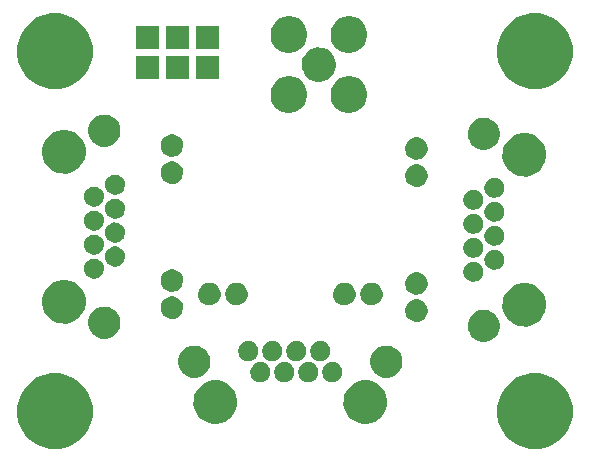
<source format=gbr>
G04 #@! TF.FileFunction,Soldermask,Top*
%FSLAX46Y46*%
G04 Gerber Fmt 4.6, Leading zero omitted, Abs format (unit mm)*
G04 Created by KiCad (PCBNEW (2016-09-17 revision 679eef1)-makepkg) date 01/31/17 07:18:29*
%MOMM*%
%LPD*%
G01*
G04 APERTURE LIST*
%ADD10C,0.500000*%
G04 APERTURE END LIST*
D10*
G36*
X5416110Y8277872D02*
X6030848Y8151685D01*
X6609363Y7908500D01*
X7129631Y7557574D01*
X7571824Y7112283D01*
X7919105Y6589582D01*
X8158249Y6009378D01*
X8280004Y5394466D01*
X8280004Y5394449D01*
X8280137Y5393776D01*
X8270128Y4676993D01*
X8269977Y4676330D01*
X8269977Y4676306D01*
X8131099Y4065032D01*
X7875851Y3491739D01*
X7514107Y2978933D01*
X7059653Y2546162D01*
X6529787Y2209900D01*
X5944712Y1982964D01*
X5326688Y1873989D01*
X4699273Y1887132D01*
X4086359Y2021890D01*
X3511293Y2273129D01*
X2995980Y2631282D01*
X2560044Y3082706D01*
X2220093Y3610208D01*
X1989075Y4193693D01*
X1875790Y4810936D01*
X1884551Y5438424D01*
X2015027Y6052266D01*
X2262248Y6629075D01*
X2616795Y7146877D01*
X3065163Y7585952D01*
X3590276Y7929576D01*
X4172132Y8164661D01*
X4788571Y8282254D01*
X5416110Y8277872D01*
X5416110Y8277872D01*
G37*
G36*
X46056110Y8277872D02*
X46670848Y8151685D01*
X47249363Y7908500D01*
X47769631Y7557574D01*
X48211824Y7112283D01*
X48559105Y6589582D01*
X48798249Y6009378D01*
X48920004Y5394466D01*
X48920004Y5394449D01*
X48920137Y5393776D01*
X48910128Y4676993D01*
X48909977Y4676330D01*
X48909977Y4676306D01*
X48771099Y4065032D01*
X48515851Y3491739D01*
X48154107Y2978933D01*
X47699653Y2546162D01*
X47169787Y2209900D01*
X46584712Y1982964D01*
X45966688Y1873989D01*
X45339273Y1887132D01*
X44726359Y2021890D01*
X44151293Y2273129D01*
X43635980Y2631282D01*
X43200044Y3082706D01*
X42860093Y3610208D01*
X42629075Y4193693D01*
X42515790Y4810936D01*
X42524551Y5438424D01*
X42655027Y6052266D01*
X42902248Y6629075D01*
X43256795Y7146877D01*
X43705163Y7585952D01*
X44230276Y7929576D01*
X44812132Y8164661D01*
X45428571Y8282254D01*
X46056110Y8277872D01*
X46056110Y8277872D01*
G37*
G36*
X18863314Y7690771D02*
X19218711Y7617819D01*
X19553164Y7477228D01*
X19853944Y7274349D01*
X20109587Y7016915D01*
X20310358Y6714729D01*
X20448614Y6379297D01*
X20518946Y6024091D01*
X20518946Y6024075D01*
X20519079Y6023402D01*
X20513293Y5609012D01*
X20513141Y5608344D01*
X20513141Y5608325D01*
X20432919Y5255225D01*
X20285350Y4923779D01*
X20076222Y4627322D01*
X19813489Y4377124D01*
X19507157Y4182721D01*
X19168914Y4051525D01*
X18811616Y3988523D01*
X18448892Y3996122D01*
X18094550Y4074029D01*
X17762091Y4219277D01*
X17464175Y4426333D01*
X17212150Y4687313D01*
X17015614Y4992276D01*
X16882057Y5329604D01*
X16816564Y5686448D01*
X16821629Y6049213D01*
X16897061Y6404091D01*
X17039986Y6737561D01*
X17244959Y7036915D01*
X17504172Y7290755D01*
X17807752Y7489412D01*
X18144137Y7625321D01*
X18500517Y7693305D01*
X18863314Y7690771D01*
X18863314Y7690771D01*
G37*
G36*
X31563314Y7690771D02*
X31918711Y7617819D01*
X32253164Y7477228D01*
X32553944Y7274349D01*
X32809587Y7016915D01*
X33010358Y6714729D01*
X33148614Y6379297D01*
X33218946Y6024091D01*
X33218946Y6024075D01*
X33219079Y6023402D01*
X33213293Y5609012D01*
X33213141Y5608344D01*
X33213141Y5608325D01*
X33132919Y5255225D01*
X32985350Y4923779D01*
X32776222Y4627322D01*
X32513489Y4377124D01*
X32207157Y4182721D01*
X31868914Y4051525D01*
X31511616Y3988523D01*
X31148892Y3996122D01*
X30794550Y4074029D01*
X30462091Y4219277D01*
X30164175Y4426333D01*
X29912150Y4687313D01*
X29715614Y4992276D01*
X29582057Y5329604D01*
X29516564Y5686448D01*
X29521629Y6049213D01*
X29597061Y6404091D01*
X29739986Y6737561D01*
X29944959Y7036915D01*
X30204172Y7290755D01*
X30507752Y7489412D01*
X30844137Y7625321D01*
X31200517Y7693305D01*
X31563314Y7690771D01*
X31563314Y7690771D01*
G37*
G36*
X26628285Y9231438D02*
X26791568Y9197921D01*
X26945238Y9133324D01*
X27083437Y9040108D01*
X27200894Y8921828D01*
X27293139Y8782986D01*
X27356662Y8628868D01*
X27388904Y8466035D01*
X27388904Y8466020D01*
X27389037Y8465347D01*
X27386378Y8274951D01*
X27386227Y8274288D01*
X27386227Y8274264D01*
X27349451Y8112396D01*
X27281652Y7960119D01*
X27185561Y7823901D01*
X27064847Y7708946D01*
X26924101Y7619626D01*
X26768693Y7559347D01*
X26604526Y7530399D01*
X26437868Y7533891D01*
X26275063Y7569685D01*
X26122311Y7636421D01*
X25985431Y7731556D01*
X25869635Y7851466D01*
X25779332Y7991589D01*
X25717969Y8146572D01*
X25687878Y8310529D01*
X25690205Y8477205D01*
X25724863Y8640258D01*
X25790532Y8793477D01*
X25884709Y8931017D01*
X26003804Y9047644D01*
X26143293Y9138923D01*
X26297845Y9201366D01*
X26461588Y9232602D01*
X26628285Y9231438D01*
X26628285Y9231438D01*
G37*
G36*
X22568285Y9231438D02*
X22731568Y9197921D01*
X22885238Y9133324D01*
X23023437Y9040108D01*
X23140894Y8921828D01*
X23233139Y8782986D01*
X23296662Y8628868D01*
X23328904Y8466035D01*
X23328904Y8466020D01*
X23329037Y8465347D01*
X23326378Y8274951D01*
X23326227Y8274288D01*
X23326227Y8274264D01*
X23289451Y8112396D01*
X23221652Y7960119D01*
X23125561Y7823901D01*
X23004847Y7708946D01*
X22864101Y7619626D01*
X22708693Y7559347D01*
X22544526Y7530399D01*
X22377868Y7533891D01*
X22215063Y7569685D01*
X22062311Y7636421D01*
X21925431Y7731556D01*
X21809635Y7851466D01*
X21719332Y7991589D01*
X21657969Y8146572D01*
X21627878Y8310529D01*
X21630205Y8477205D01*
X21664863Y8640258D01*
X21730532Y8793477D01*
X21824709Y8931017D01*
X21943804Y9047644D01*
X22083293Y9138923D01*
X22237845Y9201366D01*
X22401588Y9232602D01*
X22568285Y9231438D01*
X22568285Y9231438D01*
G37*
G36*
X24598285Y9231438D02*
X24761568Y9197921D01*
X24915238Y9133324D01*
X25053437Y9040108D01*
X25170894Y8921828D01*
X25263139Y8782986D01*
X25326662Y8628868D01*
X25358904Y8466035D01*
X25358904Y8466020D01*
X25359037Y8465347D01*
X25356378Y8274951D01*
X25356227Y8274288D01*
X25356227Y8274264D01*
X25319451Y8112396D01*
X25251652Y7960119D01*
X25155561Y7823901D01*
X25034847Y7708946D01*
X24894101Y7619626D01*
X24738693Y7559347D01*
X24574526Y7530399D01*
X24407868Y7533891D01*
X24245063Y7569685D01*
X24092311Y7636421D01*
X23955431Y7731556D01*
X23839635Y7851466D01*
X23749332Y7991589D01*
X23687969Y8146572D01*
X23657878Y8310529D01*
X23660205Y8477205D01*
X23694863Y8640258D01*
X23760532Y8793477D01*
X23854709Y8931017D01*
X23973804Y9047644D01*
X24113293Y9138923D01*
X24267845Y9201366D01*
X24431588Y9232602D01*
X24598285Y9231438D01*
X24598285Y9231438D01*
G37*
G36*
X28658285Y9231438D02*
X28821568Y9197921D01*
X28975238Y9133324D01*
X29113437Y9040108D01*
X29230894Y8921828D01*
X29323139Y8782986D01*
X29386662Y8628868D01*
X29418904Y8466035D01*
X29418904Y8466020D01*
X29419037Y8465347D01*
X29416378Y8274951D01*
X29416227Y8274288D01*
X29416227Y8274264D01*
X29379451Y8112396D01*
X29311652Y7960119D01*
X29215561Y7823901D01*
X29094847Y7708946D01*
X28954101Y7619626D01*
X28798693Y7559347D01*
X28634526Y7530399D01*
X28467868Y7533891D01*
X28305063Y7569685D01*
X28152311Y7636421D01*
X28015431Y7731556D01*
X27899635Y7851466D01*
X27809332Y7991589D01*
X27747969Y8146572D01*
X27717878Y8310529D01*
X27720205Y8477205D01*
X27754863Y8640258D01*
X27820532Y8793477D01*
X27914709Y8931017D01*
X28033804Y9047644D01*
X28173293Y9138923D01*
X28327845Y9201366D01*
X28491588Y9232602D01*
X28658285Y9231438D01*
X28658285Y9231438D01*
G37*
G36*
X17030797Y10621104D02*
X17290141Y10567869D01*
X17534201Y10465276D01*
X17753688Y10317230D01*
X17940243Y10129369D01*
X18086749Y9908858D01*
X18187639Y9664082D01*
X18238925Y9405064D01*
X18238925Y9405047D01*
X18239058Y9404374D01*
X18234835Y9101981D01*
X18234684Y9101318D01*
X18234684Y9101294D01*
X18176185Y8843808D01*
X18068503Y8601953D01*
X17915890Y8385610D01*
X17724169Y8203036D01*
X17500628Y8061173D01*
X17253803Y7965436D01*
X16993071Y7919461D01*
X16728380Y7925006D01*
X16469808Y7981856D01*
X16227201Y8087849D01*
X16009803Y8238945D01*
X15825892Y8429390D01*
X15682475Y8651930D01*
X15585012Y8898091D01*
X15537221Y9158489D01*
X15540917Y9423209D01*
X15595962Y9682175D01*
X15700259Y9925519D01*
X15849834Y10143966D01*
X16038989Y10329201D01*
X16260520Y10474167D01*
X16505991Y10573344D01*
X16766053Y10622954D01*
X17030797Y10621104D01*
X17030797Y10621104D01*
G37*
G36*
X33290797Y10621104D02*
X33550141Y10567869D01*
X33794201Y10465276D01*
X34013688Y10317230D01*
X34200243Y10129369D01*
X34346749Y9908858D01*
X34447639Y9664082D01*
X34498925Y9405064D01*
X34498925Y9405047D01*
X34499058Y9404374D01*
X34494835Y9101981D01*
X34494684Y9101318D01*
X34494684Y9101294D01*
X34436185Y8843808D01*
X34328503Y8601953D01*
X34175890Y8385610D01*
X33984169Y8203036D01*
X33760628Y8061173D01*
X33513803Y7965436D01*
X33253071Y7919461D01*
X32988380Y7925006D01*
X32729808Y7981856D01*
X32487201Y8087849D01*
X32269803Y8238945D01*
X32085892Y8429390D01*
X31942475Y8651930D01*
X31845012Y8898091D01*
X31797221Y9158489D01*
X31800917Y9423209D01*
X31855962Y9682175D01*
X31960259Y9925519D01*
X32109834Y10143966D01*
X32298989Y10329201D01*
X32520520Y10474167D01*
X32765991Y10573344D01*
X33026053Y10622954D01*
X33290797Y10621104D01*
X33290797Y10621104D01*
G37*
G36*
X23578285Y11011438D02*
X23741568Y10977921D01*
X23895238Y10913324D01*
X24033437Y10820108D01*
X24150894Y10701828D01*
X24243139Y10562986D01*
X24306662Y10408868D01*
X24338904Y10246035D01*
X24338904Y10246020D01*
X24339037Y10245347D01*
X24336378Y10054951D01*
X24336227Y10054288D01*
X24336227Y10054264D01*
X24299451Y9892396D01*
X24231652Y9740119D01*
X24135561Y9603901D01*
X24014847Y9488946D01*
X23874101Y9399626D01*
X23718693Y9339347D01*
X23554526Y9310399D01*
X23387868Y9313891D01*
X23225063Y9349685D01*
X23072311Y9416421D01*
X22935431Y9511556D01*
X22819635Y9631466D01*
X22729332Y9771589D01*
X22667969Y9926572D01*
X22637878Y10090529D01*
X22640205Y10257205D01*
X22674863Y10420258D01*
X22740532Y10573477D01*
X22834709Y10711017D01*
X22953804Y10827644D01*
X23093293Y10918923D01*
X23247845Y10981366D01*
X23411588Y11012602D01*
X23578285Y11011438D01*
X23578285Y11011438D01*
G37*
G36*
X21548285Y11011438D02*
X21711568Y10977921D01*
X21865238Y10913324D01*
X22003437Y10820108D01*
X22120894Y10701828D01*
X22213139Y10562986D01*
X22276662Y10408868D01*
X22308904Y10246035D01*
X22308904Y10246020D01*
X22309037Y10245347D01*
X22306378Y10054951D01*
X22306227Y10054288D01*
X22306227Y10054264D01*
X22269451Y9892396D01*
X22201652Y9740119D01*
X22105561Y9603901D01*
X21984847Y9488946D01*
X21844101Y9399626D01*
X21688693Y9339347D01*
X21524526Y9310399D01*
X21357868Y9313891D01*
X21195063Y9349685D01*
X21042311Y9416421D01*
X20905431Y9511556D01*
X20789635Y9631466D01*
X20699332Y9771589D01*
X20637969Y9926572D01*
X20607878Y10090529D01*
X20610205Y10257205D01*
X20644863Y10420258D01*
X20710532Y10573477D01*
X20804709Y10711017D01*
X20923804Y10827644D01*
X21063293Y10918923D01*
X21217845Y10981366D01*
X21381588Y11012602D01*
X21548285Y11011438D01*
X21548285Y11011438D01*
G37*
G36*
X25608285Y11011438D02*
X25771568Y10977921D01*
X25925238Y10913324D01*
X26063437Y10820108D01*
X26180894Y10701828D01*
X26273139Y10562986D01*
X26336662Y10408868D01*
X26368904Y10246035D01*
X26368904Y10246020D01*
X26369037Y10245347D01*
X26366378Y10054951D01*
X26366227Y10054288D01*
X26366227Y10054264D01*
X26329451Y9892396D01*
X26261652Y9740119D01*
X26165561Y9603901D01*
X26044847Y9488946D01*
X25904101Y9399626D01*
X25748693Y9339347D01*
X25584526Y9310399D01*
X25417868Y9313891D01*
X25255063Y9349685D01*
X25102311Y9416421D01*
X24965431Y9511556D01*
X24849635Y9631466D01*
X24759332Y9771589D01*
X24697969Y9926572D01*
X24667878Y10090529D01*
X24670205Y10257205D01*
X24704863Y10420258D01*
X24770532Y10573477D01*
X24864709Y10711017D01*
X24983804Y10827644D01*
X25123293Y10918923D01*
X25277845Y10981366D01*
X25441588Y11012602D01*
X25608285Y11011438D01*
X25608285Y11011438D01*
G37*
G36*
X27638285Y11011438D02*
X27801568Y10977921D01*
X27955238Y10913324D01*
X28093437Y10820108D01*
X28210894Y10701828D01*
X28303139Y10562986D01*
X28366662Y10408868D01*
X28398904Y10246035D01*
X28398904Y10246020D01*
X28399037Y10245347D01*
X28396378Y10054951D01*
X28396227Y10054288D01*
X28396227Y10054264D01*
X28359451Y9892396D01*
X28291652Y9740119D01*
X28195561Y9603901D01*
X28074847Y9488946D01*
X27934101Y9399626D01*
X27778693Y9339347D01*
X27614526Y9310399D01*
X27447868Y9313891D01*
X27285063Y9349685D01*
X27132311Y9416421D01*
X26995431Y9511556D01*
X26879635Y9631466D01*
X26789332Y9771589D01*
X26727969Y9926572D01*
X26697878Y10090529D01*
X26700205Y10257205D01*
X26734863Y10420258D01*
X26800532Y10573477D01*
X26894709Y10711017D01*
X27013804Y10827644D01*
X27153293Y10918923D01*
X27307845Y10981366D01*
X27471588Y11012602D01*
X27638285Y11011438D01*
X27638285Y11011438D01*
G37*
G36*
X41542797Y13666104D02*
X41802141Y13612869D01*
X42046201Y13510276D01*
X42265688Y13362230D01*
X42452243Y13174369D01*
X42598749Y12953858D01*
X42699639Y12709082D01*
X42750925Y12450064D01*
X42750925Y12450047D01*
X42751058Y12449374D01*
X42746835Y12146981D01*
X42746684Y12146318D01*
X42746684Y12146294D01*
X42688185Y11888808D01*
X42580503Y11646953D01*
X42427890Y11430610D01*
X42236169Y11248036D01*
X42012628Y11106173D01*
X41765803Y11010436D01*
X41505071Y10964461D01*
X41240380Y10970006D01*
X40981808Y11026856D01*
X40739201Y11132849D01*
X40521803Y11283945D01*
X40337892Y11474390D01*
X40194475Y11696930D01*
X40097012Y11943091D01*
X40049221Y12203489D01*
X40052917Y12468209D01*
X40107962Y12727175D01*
X40212259Y12970519D01*
X40361834Y13188966D01*
X40550989Y13374201D01*
X40772520Y13519167D01*
X41017991Y13618344D01*
X41278053Y13667954D01*
X41542797Y13666104D01*
X41542797Y13666104D01*
G37*
G36*
X9413797Y13920104D02*
X9673141Y13866869D01*
X9917201Y13764276D01*
X10136688Y13616230D01*
X10323243Y13428369D01*
X10469749Y13207858D01*
X10570639Y12963082D01*
X10621925Y12704064D01*
X10621925Y12704047D01*
X10622058Y12703374D01*
X10617835Y12400981D01*
X10617684Y12400318D01*
X10617684Y12400294D01*
X10559185Y12142808D01*
X10451503Y11900953D01*
X10298890Y11684610D01*
X10107169Y11502036D01*
X9883628Y11360173D01*
X9636803Y11264436D01*
X9376071Y11218461D01*
X9111380Y11224006D01*
X8852808Y11280856D01*
X8610201Y11386849D01*
X8392803Y11537945D01*
X8208892Y11728390D01*
X8065475Y11950930D01*
X7968012Y12197091D01*
X7920221Y12457489D01*
X7923917Y12722209D01*
X7978962Y12981175D01*
X8083259Y13224519D01*
X8232834Y13442966D01*
X8421989Y13628201D01*
X8643520Y13773167D01*
X8888991Y13872344D01*
X9149053Y13921954D01*
X9413797Y13920104D01*
X9413797Y13920104D01*
G37*
G36*
X45025314Y15945771D02*
X45380711Y15872819D01*
X45715164Y15732228D01*
X46015944Y15529349D01*
X46271587Y15271915D01*
X46472358Y14969729D01*
X46610614Y14634297D01*
X46680946Y14279091D01*
X46680946Y14279075D01*
X46681079Y14278402D01*
X46675293Y13864012D01*
X46675141Y13863344D01*
X46675141Y13863325D01*
X46594919Y13510225D01*
X46447350Y13178779D01*
X46238222Y12882322D01*
X45975489Y12632124D01*
X45669157Y12437721D01*
X45330914Y12306525D01*
X44973616Y12243523D01*
X44610892Y12251122D01*
X44256550Y12329029D01*
X43924091Y12474277D01*
X43626175Y12681333D01*
X43374150Y12942313D01*
X43177614Y13247276D01*
X43044057Y13584604D01*
X42978564Y13941448D01*
X42983629Y14304213D01*
X43059061Y14659091D01*
X43201986Y14992561D01*
X43406959Y15291915D01*
X43666172Y15545755D01*
X43969752Y15744412D01*
X44306137Y15880321D01*
X44662517Y15948305D01*
X45025314Y15945771D01*
X45025314Y15945771D01*
G37*
G36*
X6036314Y16199771D02*
X6391711Y16126819D01*
X6726164Y15986228D01*
X7026944Y15783349D01*
X7282587Y15525915D01*
X7483358Y15223729D01*
X7621614Y14888297D01*
X7691946Y14533091D01*
X7691946Y14533075D01*
X7692079Y14532402D01*
X7686293Y14118012D01*
X7686141Y14117344D01*
X7686141Y14117325D01*
X7605919Y13764225D01*
X7458350Y13432779D01*
X7249222Y13136322D01*
X6986489Y12886124D01*
X6680157Y12691721D01*
X6341914Y12560525D01*
X5984616Y12497523D01*
X5621892Y12505122D01*
X5267550Y12583029D01*
X4935091Y12728277D01*
X4637175Y12935333D01*
X4385150Y13196313D01*
X4188614Y13501276D01*
X4055057Y13838604D01*
X3989564Y14195448D01*
X3994629Y14558213D01*
X4070061Y14913091D01*
X4212986Y15246561D01*
X4417959Y15545915D01*
X4677172Y15799755D01*
X4980752Y15998412D01*
X5317137Y16134321D01*
X5673517Y16202305D01*
X6036314Y16199771D01*
X6036314Y16199771D01*
G37*
G36*
X35790783Y14536371D02*
X35973286Y14498909D01*
X36145031Y14426714D01*
X36299488Y14322532D01*
X36430763Y14190337D01*
X36533862Y14035161D01*
X36604859Y13862910D01*
X36640909Y13680842D01*
X36640909Y13680820D01*
X36641041Y13680152D01*
X36638070Y13467357D01*
X36637918Y13466689D01*
X36637918Y13466670D01*
X36596798Y13285681D01*
X36521020Y13115479D01*
X36413630Y12963245D01*
X36278711Y12834764D01*
X36121408Y12734936D01*
X35947712Y12667563D01*
X35764236Y12635212D01*
X35577970Y12639114D01*
X35396013Y12679119D01*
X35225289Y12753707D01*
X35072305Y12860033D01*
X34942886Y12994051D01*
X34841963Y13150654D01*
X34773377Y13323879D01*
X34739746Y13507122D01*
X34742347Y13693406D01*
X34781083Y13875642D01*
X34854477Y14046885D01*
X34959734Y14200607D01*
X35092843Y14330958D01*
X35248737Y14432972D01*
X35421472Y14502762D01*
X35604481Y14537673D01*
X35790783Y14536371D01*
X35790783Y14536371D01*
G37*
G36*
X15081783Y14790371D02*
X15264286Y14752909D01*
X15436031Y14680714D01*
X15590488Y14576532D01*
X15721763Y14444337D01*
X15824862Y14289161D01*
X15895859Y14116910D01*
X15931909Y13934842D01*
X15931909Y13934820D01*
X15932041Y13934152D01*
X15929070Y13721357D01*
X15928918Y13720689D01*
X15928918Y13720670D01*
X15887798Y13539681D01*
X15812020Y13369479D01*
X15704630Y13217245D01*
X15569711Y13088764D01*
X15412408Y12988936D01*
X15238712Y12921563D01*
X15055236Y12889212D01*
X14868970Y12893114D01*
X14687013Y12933119D01*
X14516289Y13007707D01*
X14363305Y13114033D01*
X14233886Y13248051D01*
X14132963Y13404654D01*
X14064377Y13577879D01*
X14030746Y13761122D01*
X14033347Y13947406D01*
X14072083Y14129642D01*
X14145477Y14300885D01*
X14250734Y14454607D01*
X14383843Y14584958D01*
X14539737Y14686972D01*
X14712472Y14756762D01*
X14895481Y14791673D01*
X15081783Y14790371D01*
X15081783Y14790371D01*
G37*
G36*
X20548783Y15931371D02*
X20731286Y15893909D01*
X20903031Y15821714D01*
X21057488Y15717532D01*
X21188763Y15585337D01*
X21291862Y15430161D01*
X21362859Y15257910D01*
X21398909Y15075842D01*
X21398909Y15075820D01*
X21399041Y15075152D01*
X21396070Y14862357D01*
X21395918Y14861689D01*
X21395918Y14861670D01*
X21354798Y14680681D01*
X21279020Y14510479D01*
X21171630Y14358245D01*
X21036711Y14229764D01*
X20879408Y14129936D01*
X20705712Y14062563D01*
X20522236Y14030212D01*
X20335970Y14034114D01*
X20154013Y14074119D01*
X19983289Y14148707D01*
X19830305Y14255033D01*
X19700886Y14389051D01*
X19599963Y14545654D01*
X19531377Y14718879D01*
X19497746Y14902122D01*
X19500347Y15088406D01*
X19539083Y15270642D01*
X19612477Y15441885D01*
X19717734Y15595607D01*
X19850843Y15725958D01*
X20006737Y15827972D01*
X20179472Y15897762D01*
X20362481Y15932673D01*
X20548783Y15931371D01*
X20548783Y15931371D01*
G37*
G36*
X18258783Y15931371D02*
X18441286Y15893909D01*
X18613031Y15821714D01*
X18767488Y15717532D01*
X18898763Y15585337D01*
X19001862Y15430161D01*
X19072859Y15257910D01*
X19108909Y15075842D01*
X19108909Y15075820D01*
X19109041Y15075152D01*
X19106070Y14862357D01*
X19105918Y14861689D01*
X19105918Y14861670D01*
X19064798Y14680681D01*
X18989020Y14510479D01*
X18881630Y14358245D01*
X18746711Y14229764D01*
X18589408Y14129936D01*
X18415712Y14062563D01*
X18232236Y14030212D01*
X18045970Y14034114D01*
X17864013Y14074119D01*
X17693289Y14148707D01*
X17540305Y14255033D01*
X17410886Y14389051D01*
X17309963Y14545654D01*
X17241377Y14718879D01*
X17207746Y14902122D01*
X17210347Y15088406D01*
X17249083Y15270642D01*
X17322477Y15441885D01*
X17427734Y15595607D01*
X17560843Y15725958D01*
X17716737Y15827972D01*
X17889472Y15897762D01*
X18072481Y15932673D01*
X18258783Y15931371D01*
X18258783Y15931371D01*
G37*
G36*
X31978783Y15931371D02*
X32161286Y15893909D01*
X32333031Y15821714D01*
X32487488Y15717532D01*
X32618763Y15585337D01*
X32721862Y15430161D01*
X32792859Y15257910D01*
X32828909Y15075842D01*
X32828909Y15075820D01*
X32829041Y15075152D01*
X32826070Y14862357D01*
X32825918Y14861689D01*
X32825918Y14861670D01*
X32784798Y14680681D01*
X32709020Y14510479D01*
X32601630Y14358245D01*
X32466711Y14229764D01*
X32309408Y14129936D01*
X32135712Y14062563D01*
X31952236Y14030212D01*
X31765970Y14034114D01*
X31584013Y14074119D01*
X31413289Y14148707D01*
X31260305Y14255033D01*
X31130886Y14389051D01*
X31029963Y14545654D01*
X30961377Y14718879D01*
X30927746Y14902122D01*
X30930347Y15088406D01*
X30969083Y15270642D01*
X31042477Y15441885D01*
X31147734Y15595607D01*
X31280843Y15725958D01*
X31436737Y15827972D01*
X31609472Y15897762D01*
X31792481Y15932673D01*
X31978783Y15931371D01*
X31978783Y15931371D01*
G37*
G36*
X29688783Y15931371D02*
X29871286Y15893909D01*
X30043031Y15821714D01*
X30197488Y15717532D01*
X30328763Y15585337D01*
X30431862Y15430161D01*
X30502859Y15257910D01*
X30538909Y15075842D01*
X30538909Y15075820D01*
X30539041Y15075152D01*
X30536070Y14862357D01*
X30535918Y14861689D01*
X30535918Y14861670D01*
X30494798Y14680681D01*
X30419020Y14510479D01*
X30311630Y14358245D01*
X30176711Y14229764D01*
X30019408Y14129936D01*
X29845712Y14062563D01*
X29662236Y14030212D01*
X29475970Y14034114D01*
X29294013Y14074119D01*
X29123289Y14148707D01*
X28970305Y14255033D01*
X28840886Y14389051D01*
X28739963Y14545654D01*
X28671377Y14718879D01*
X28637746Y14902122D01*
X28640347Y15088406D01*
X28679083Y15270642D01*
X28752477Y15441885D01*
X28857734Y15595607D01*
X28990843Y15725958D01*
X29146737Y15827972D01*
X29319472Y15897762D01*
X29502481Y15932673D01*
X29688783Y15931371D01*
X29688783Y15931371D01*
G37*
G36*
X35790783Y16826371D02*
X35973286Y16788909D01*
X36145031Y16716714D01*
X36299488Y16612532D01*
X36430763Y16480337D01*
X36533862Y16325161D01*
X36604859Y16152910D01*
X36640909Y15970842D01*
X36640909Y15970820D01*
X36641041Y15970152D01*
X36638070Y15757357D01*
X36637918Y15756689D01*
X36637918Y15756670D01*
X36596798Y15575681D01*
X36521020Y15405479D01*
X36413630Y15253245D01*
X36278711Y15124764D01*
X36121408Y15024936D01*
X35947712Y14957563D01*
X35764236Y14925212D01*
X35577970Y14929114D01*
X35396013Y14969119D01*
X35225289Y15043707D01*
X35072305Y15150033D01*
X34942886Y15284051D01*
X34841963Y15440654D01*
X34773377Y15613879D01*
X34739746Y15797122D01*
X34742347Y15983406D01*
X34781083Y16165642D01*
X34854477Y16336885D01*
X34959734Y16490607D01*
X35092843Y16620958D01*
X35248737Y16722972D01*
X35421472Y16792762D01*
X35604481Y16827673D01*
X35790783Y16826371D01*
X35790783Y16826371D01*
G37*
G36*
X15081783Y17080371D02*
X15264286Y17042909D01*
X15436031Y16970714D01*
X15590488Y16866532D01*
X15721763Y16734337D01*
X15824862Y16579161D01*
X15895859Y16406910D01*
X15931909Y16224842D01*
X15931909Y16224820D01*
X15932041Y16224152D01*
X15929070Y16011357D01*
X15928918Y16010689D01*
X15928918Y16010670D01*
X15887798Y15829681D01*
X15812020Y15659479D01*
X15704630Y15507245D01*
X15569711Y15378764D01*
X15412408Y15278936D01*
X15238712Y15211563D01*
X15055236Y15179212D01*
X14868970Y15183114D01*
X14687013Y15223119D01*
X14516289Y15297707D01*
X14363305Y15404033D01*
X14233886Y15538051D01*
X14132963Y15694654D01*
X14064377Y15867879D01*
X14030746Y16051122D01*
X14033347Y16237406D01*
X14072083Y16419642D01*
X14145477Y16590885D01*
X14250734Y16744607D01*
X14383843Y16874958D01*
X14539737Y16976972D01*
X14712472Y17046762D01*
X14895481Y17081673D01*
X15081783Y17080371D01*
X15081783Y17080371D01*
G37*
G36*
X40600285Y17736438D02*
X40763568Y17702921D01*
X40917238Y17638324D01*
X41055437Y17545108D01*
X41172894Y17426828D01*
X41265139Y17287986D01*
X41328662Y17133868D01*
X41360904Y16971035D01*
X41360904Y16971020D01*
X41361037Y16970347D01*
X41358378Y16779951D01*
X41358227Y16779288D01*
X41358227Y16779264D01*
X41321451Y16617396D01*
X41253652Y16465119D01*
X41157561Y16328901D01*
X41036847Y16213946D01*
X40896101Y16124626D01*
X40740693Y16064347D01*
X40576526Y16035399D01*
X40409868Y16038891D01*
X40247063Y16074685D01*
X40094311Y16141421D01*
X39957431Y16236556D01*
X39841635Y16356466D01*
X39751332Y16496589D01*
X39689969Y16651572D01*
X39659878Y16815529D01*
X39662205Y16982205D01*
X39696863Y17145258D01*
X39762532Y17298477D01*
X39856709Y17436017D01*
X39975804Y17552644D01*
X40115293Y17643923D01*
X40269845Y17706366D01*
X40433588Y17737602D01*
X40600285Y17736438D01*
X40600285Y17736438D01*
G37*
G36*
X8471285Y18000438D02*
X8634568Y17966921D01*
X8788238Y17902324D01*
X8926437Y17809108D01*
X9043894Y17690828D01*
X9136139Y17551986D01*
X9199662Y17397868D01*
X9231904Y17235035D01*
X9231904Y17235020D01*
X9232037Y17234347D01*
X9229378Y17043951D01*
X9229227Y17043288D01*
X9229227Y17043264D01*
X9192451Y16881396D01*
X9124652Y16729119D01*
X9028561Y16592901D01*
X8907847Y16477946D01*
X8767101Y16388626D01*
X8611693Y16328347D01*
X8447526Y16299399D01*
X8280868Y16302891D01*
X8118063Y16338685D01*
X7965311Y16405421D01*
X7828431Y16500556D01*
X7712635Y16620466D01*
X7622332Y16760589D01*
X7560969Y16915572D01*
X7530878Y17079529D01*
X7533205Y17246205D01*
X7567863Y17409258D01*
X7633532Y17562477D01*
X7727709Y17700017D01*
X7846804Y17816644D01*
X7986293Y17907923D01*
X8140845Y17970366D01*
X8304588Y18001602D01*
X8471285Y18000438D01*
X8471285Y18000438D01*
G37*
G36*
X42380285Y18756438D02*
X42543568Y18722921D01*
X42697238Y18658324D01*
X42835437Y18565108D01*
X42952894Y18446828D01*
X43045139Y18307986D01*
X43108662Y18153868D01*
X43140904Y17991035D01*
X43140904Y17991020D01*
X43141037Y17990347D01*
X43138378Y17799951D01*
X43138227Y17799288D01*
X43138227Y17799264D01*
X43101451Y17637396D01*
X43033652Y17485119D01*
X42937561Y17348901D01*
X42816847Y17233946D01*
X42676101Y17144626D01*
X42520693Y17084347D01*
X42356526Y17055399D01*
X42189868Y17058891D01*
X42027063Y17094685D01*
X41874311Y17161421D01*
X41737431Y17256556D01*
X41621635Y17376466D01*
X41531332Y17516589D01*
X41469969Y17671572D01*
X41439878Y17835529D01*
X41442205Y18002205D01*
X41476863Y18165258D01*
X41542532Y18318477D01*
X41636709Y18456017D01*
X41755804Y18572644D01*
X41895293Y18663923D01*
X42049845Y18726366D01*
X42213588Y18757602D01*
X42380285Y18756438D01*
X42380285Y18756438D01*
G37*
G36*
X10251285Y19020438D02*
X10414568Y18986921D01*
X10568238Y18922324D01*
X10706437Y18829108D01*
X10823894Y18710828D01*
X10916139Y18571986D01*
X10979662Y18417868D01*
X11011904Y18255035D01*
X11011904Y18255020D01*
X11012037Y18254347D01*
X11009378Y18063951D01*
X11009227Y18063288D01*
X11009227Y18063264D01*
X10972451Y17901396D01*
X10904652Y17749119D01*
X10808561Y17612901D01*
X10687847Y17497946D01*
X10547101Y17408626D01*
X10391693Y17348347D01*
X10227526Y17319399D01*
X10060868Y17322891D01*
X9898063Y17358685D01*
X9745311Y17425421D01*
X9608431Y17520556D01*
X9492635Y17640466D01*
X9402332Y17780589D01*
X9340969Y17935572D01*
X9310878Y18099529D01*
X9313205Y18266205D01*
X9347863Y18429258D01*
X9413532Y18582477D01*
X9507709Y18720017D01*
X9626804Y18836644D01*
X9766293Y18927923D01*
X9920845Y18990366D01*
X10084588Y19021602D01*
X10251285Y19020438D01*
X10251285Y19020438D01*
G37*
G36*
X40600285Y19766438D02*
X40763568Y19732921D01*
X40917238Y19668324D01*
X41055437Y19575108D01*
X41172894Y19456828D01*
X41265139Y19317986D01*
X41328662Y19163868D01*
X41360904Y19001035D01*
X41360904Y19001020D01*
X41361037Y19000347D01*
X41358378Y18809951D01*
X41358227Y18809288D01*
X41358227Y18809264D01*
X41321451Y18647396D01*
X41253652Y18495119D01*
X41157561Y18358901D01*
X41036847Y18243946D01*
X40896101Y18154626D01*
X40740693Y18094347D01*
X40576526Y18065399D01*
X40409868Y18068891D01*
X40247063Y18104685D01*
X40094311Y18171421D01*
X39957431Y18266556D01*
X39841635Y18386466D01*
X39751332Y18526589D01*
X39689969Y18681572D01*
X39659878Y18845529D01*
X39662205Y19012205D01*
X39696863Y19175258D01*
X39762532Y19328477D01*
X39856709Y19466017D01*
X39975804Y19582644D01*
X40115293Y19673923D01*
X40269845Y19736366D01*
X40433588Y19767602D01*
X40600285Y19766438D01*
X40600285Y19766438D01*
G37*
G36*
X8471285Y20030438D02*
X8634568Y19996921D01*
X8788238Y19932324D01*
X8926437Y19839108D01*
X9043894Y19720828D01*
X9136139Y19581986D01*
X9199662Y19427868D01*
X9231904Y19265035D01*
X9231904Y19265020D01*
X9232037Y19264347D01*
X9229378Y19073951D01*
X9229227Y19073288D01*
X9229227Y19073264D01*
X9192451Y18911396D01*
X9124652Y18759119D01*
X9028561Y18622901D01*
X8907847Y18507946D01*
X8767101Y18418626D01*
X8611693Y18358347D01*
X8447526Y18329399D01*
X8280868Y18332891D01*
X8118063Y18368685D01*
X7965311Y18435421D01*
X7828431Y18530556D01*
X7712635Y18650466D01*
X7622332Y18790589D01*
X7560969Y18945572D01*
X7530878Y19109529D01*
X7533205Y19276205D01*
X7567863Y19439258D01*
X7633532Y19592477D01*
X7727709Y19730017D01*
X7846804Y19846644D01*
X7986293Y19937923D01*
X8140845Y20000366D01*
X8304588Y20031602D01*
X8471285Y20030438D01*
X8471285Y20030438D01*
G37*
G36*
X42380285Y20786438D02*
X42543568Y20752921D01*
X42697238Y20688324D01*
X42835437Y20595108D01*
X42952894Y20476828D01*
X43045139Y20337986D01*
X43108662Y20183868D01*
X43140904Y20021035D01*
X43140904Y20021020D01*
X43141037Y20020347D01*
X43138378Y19829951D01*
X43138227Y19829288D01*
X43138227Y19829264D01*
X43101451Y19667396D01*
X43033652Y19515119D01*
X42937561Y19378901D01*
X42816847Y19263946D01*
X42676101Y19174626D01*
X42520693Y19114347D01*
X42356526Y19085399D01*
X42189868Y19088891D01*
X42027063Y19124685D01*
X41874311Y19191421D01*
X41737431Y19286556D01*
X41621635Y19406466D01*
X41531332Y19546589D01*
X41469969Y19701572D01*
X41439878Y19865529D01*
X41442205Y20032205D01*
X41476863Y20195258D01*
X41542532Y20348477D01*
X41636709Y20486017D01*
X41755804Y20602644D01*
X41895293Y20693923D01*
X42049845Y20756366D01*
X42213588Y20787602D01*
X42380285Y20786438D01*
X42380285Y20786438D01*
G37*
G36*
X10251285Y21050438D02*
X10414568Y21016921D01*
X10568238Y20952324D01*
X10706437Y20859108D01*
X10823894Y20740828D01*
X10916139Y20601986D01*
X10979662Y20447868D01*
X11011904Y20285035D01*
X11011904Y20285020D01*
X11012037Y20284347D01*
X11009378Y20093951D01*
X11009227Y20093288D01*
X11009227Y20093264D01*
X10972451Y19931396D01*
X10904652Y19779119D01*
X10808561Y19642901D01*
X10687847Y19527946D01*
X10547101Y19438626D01*
X10391693Y19378347D01*
X10227526Y19349399D01*
X10060868Y19352891D01*
X9898063Y19388685D01*
X9745311Y19455421D01*
X9608431Y19550556D01*
X9492635Y19670466D01*
X9402332Y19810589D01*
X9340969Y19965572D01*
X9310878Y20129529D01*
X9313205Y20296205D01*
X9347863Y20459258D01*
X9413532Y20612477D01*
X9507709Y20750017D01*
X9626804Y20866644D01*
X9766293Y20957923D01*
X9920845Y21020366D01*
X10084588Y21051602D01*
X10251285Y21050438D01*
X10251285Y21050438D01*
G37*
G36*
X40600285Y21796438D02*
X40763568Y21762921D01*
X40917238Y21698324D01*
X41055437Y21605108D01*
X41172894Y21486828D01*
X41265139Y21347986D01*
X41328662Y21193868D01*
X41360904Y21031035D01*
X41360904Y21031020D01*
X41361037Y21030347D01*
X41358378Y20839951D01*
X41358227Y20839288D01*
X41358227Y20839264D01*
X41321451Y20677396D01*
X41253652Y20525119D01*
X41157561Y20388901D01*
X41036847Y20273946D01*
X40896101Y20184626D01*
X40740693Y20124347D01*
X40576526Y20095399D01*
X40409868Y20098891D01*
X40247063Y20134685D01*
X40094311Y20201421D01*
X39957431Y20296556D01*
X39841635Y20416466D01*
X39751332Y20556589D01*
X39689969Y20711572D01*
X39659878Y20875529D01*
X39662205Y21042205D01*
X39696863Y21205258D01*
X39762532Y21358477D01*
X39856709Y21496017D01*
X39975804Y21612644D01*
X40115293Y21703923D01*
X40269845Y21766366D01*
X40433588Y21797602D01*
X40600285Y21796438D01*
X40600285Y21796438D01*
G37*
G36*
X8471285Y22060438D02*
X8634568Y22026921D01*
X8788238Y21962324D01*
X8926437Y21869108D01*
X9043894Y21750828D01*
X9136139Y21611986D01*
X9199662Y21457868D01*
X9231904Y21295035D01*
X9231904Y21295020D01*
X9232037Y21294347D01*
X9229378Y21103951D01*
X9229227Y21103288D01*
X9229227Y21103264D01*
X9192451Y20941396D01*
X9124652Y20789119D01*
X9028561Y20652901D01*
X8907847Y20537946D01*
X8767101Y20448626D01*
X8611693Y20388347D01*
X8447526Y20359399D01*
X8280868Y20362891D01*
X8118063Y20398685D01*
X7965311Y20465421D01*
X7828431Y20560556D01*
X7712635Y20680466D01*
X7622332Y20820589D01*
X7560969Y20975572D01*
X7530878Y21139529D01*
X7533205Y21306205D01*
X7567863Y21469258D01*
X7633532Y21622477D01*
X7727709Y21760017D01*
X7846804Y21876644D01*
X7986293Y21967923D01*
X8140845Y22030366D01*
X8304588Y22061602D01*
X8471285Y22060438D01*
X8471285Y22060438D01*
G37*
G36*
X42380285Y22816438D02*
X42543568Y22782921D01*
X42697238Y22718324D01*
X42835437Y22625108D01*
X42952894Y22506828D01*
X43045139Y22367986D01*
X43108662Y22213868D01*
X43140904Y22051035D01*
X43140904Y22051020D01*
X43141037Y22050347D01*
X43138378Y21859951D01*
X43138227Y21859288D01*
X43138227Y21859264D01*
X43101451Y21697396D01*
X43033652Y21545119D01*
X42937561Y21408901D01*
X42816847Y21293946D01*
X42676101Y21204626D01*
X42520693Y21144347D01*
X42356526Y21115399D01*
X42189868Y21118891D01*
X42027063Y21154685D01*
X41874311Y21221421D01*
X41737431Y21316556D01*
X41621635Y21436466D01*
X41531332Y21576589D01*
X41469969Y21731572D01*
X41439878Y21895529D01*
X41442205Y22062205D01*
X41476863Y22225258D01*
X41542532Y22378477D01*
X41636709Y22516017D01*
X41755804Y22632644D01*
X41895293Y22723923D01*
X42049845Y22786366D01*
X42213588Y22817602D01*
X42380285Y22816438D01*
X42380285Y22816438D01*
G37*
G36*
X10251285Y23080438D02*
X10414568Y23046921D01*
X10568238Y22982324D01*
X10706437Y22889108D01*
X10823894Y22770828D01*
X10916139Y22631986D01*
X10979662Y22477868D01*
X11011904Y22315035D01*
X11011904Y22315020D01*
X11012037Y22314347D01*
X11009378Y22123951D01*
X11009227Y22123288D01*
X11009227Y22123264D01*
X10972451Y21961396D01*
X10904652Y21809119D01*
X10808561Y21672901D01*
X10687847Y21557946D01*
X10547101Y21468626D01*
X10391693Y21408347D01*
X10227526Y21379399D01*
X10060868Y21382891D01*
X9898063Y21418685D01*
X9745311Y21485421D01*
X9608431Y21580556D01*
X9492635Y21700466D01*
X9402332Y21840589D01*
X9340969Y21995572D01*
X9310878Y22159529D01*
X9313205Y22326205D01*
X9347863Y22489258D01*
X9413532Y22642477D01*
X9507709Y22780017D01*
X9626804Y22896644D01*
X9766293Y22987923D01*
X9920845Y23050366D01*
X10084588Y23081602D01*
X10251285Y23080438D01*
X10251285Y23080438D01*
G37*
G36*
X40600285Y23826438D02*
X40763568Y23792921D01*
X40917238Y23728324D01*
X41055437Y23635108D01*
X41172894Y23516828D01*
X41265139Y23377986D01*
X41328662Y23223868D01*
X41360904Y23061035D01*
X41360904Y23061020D01*
X41361037Y23060347D01*
X41358378Y22869951D01*
X41358227Y22869288D01*
X41358227Y22869264D01*
X41321451Y22707396D01*
X41253652Y22555119D01*
X41157561Y22418901D01*
X41036847Y22303946D01*
X40896101Y22214626D01*
X40740693Y22154347D01*
X40576526Y22125399D01*
X40409868Y22128891D01*
X40247063Y22164685D01*
X40094311Y22231421D01*
X39957431Y22326556D01*
X39841635Y22446466D01*
X39751332Y22586589D01*
X39689969Y22741572D01*
X39659878Y22905529D01*
X39662205Y23072205D01*
X39696863Y23235258D01*
X39762532Y23388477D01*
X39856709Y23526017D01*
X39975804Y23642644D01*
X40115293Y23733923D01*
X40269845Y23796366D01*
X40433588Y23827602D01*
X40600285Y23826438D01*
X40600285Y23826438D01*
G37*
G36*
X8471285Y24090438D02*
X8634568Y24056921D01*
X8788238Y23992324D01*
X8926437Y23899108D01*
X9043894Y23780828D01*
X9136139Y23641986D01*
X9199662Y23487868D01*
X9231904Y23325035D01*
X9231904Y23325020D01*
X9232037Y23324347D01*
X9229378Y23133951D01*
X9229227Y23133288D01*
X9229227Y23133264D01*
X9192451Y22971396D01*
X9124652Y22819119D01*
X9028561Y22682901D01*
X8907847Y22567946D01*
X8767101Y22478626D01*
X8611693Y22418347D01*
X8447526Y22389399D01*
X8280868Y22392891D01*
X8118063Y22428685D01*
X7965311Y22495421D01*
X7828431Y22590556D01*
X7712635Y22710466D01*
X7622332Y22850589D01*
X7560969Y23005572D01*
X7530878Y23169529D01*
X7533205Y23336205D01*
X7567863Y23499258D01*
X7633532Y23652477D01*
X7727709Y23790017D01*
X7846804Y23906644D01*
X7986293Y23997923D01*
X8140845Y24060366D01*
X8304588Y24091602D01*
X8471285Y24090438D01*
X8471285Y24090438D01*
G37*
G36*
X42380285Y24846438D02*
X42543568Y24812921D01*
X42697238Y24748324D01*
X42835437Y24655108D01*
X42952894Y24536828D01*
X43045139Y24397986D01*
X43108662Y24243868D01*
X43140904Y24081035D01*
X43140904Y24081020D01*
X43141037Y24080347D01*
X43138378Y23889951D01*
X43138227Y23889288D01*
X43138227Y23889264D01*
X43101451Y23727396D01*
X43033652Y23575119D01*
X42937561Y23438901D01*
X42816847Y23323946D01*
X42676101Y23234626D01*
X42520693Y23174347D01*
X42356526Y23145399D01*
X42189868Y23148891D01*
X42027063Y23184685D01*
X41874311Y23251421D01*
X41737431Y23346556D01*
X41621635Y23466466D01*
X41531332Y23606589D01*
X41469969Y23761572D01*
X41439878Y23925529D01*
X41442205Y24092205D01*
X41476863Y24255258D01*
X41542532Y24408477D01*
X41636709Y24546017D01*
X41755804Y24662644D01*
X41895293Y24753923D01*
X42049845Y24816366D01*
X42213588Y24847602D01*
X42380285Y24846438D01*
X42380285Y24846438D01*
G37*
G36*
X10251285Y25110438D02*
X10414568Y25076921D01*
X10568238Y25012324D01*
X10706437Y24919108D01*
X10823894Y24800828D01*
X10916139Y24661986D01*
X10979662Y24507868D01*
X11011904Y24345035D01*
X11011904Y24345020D01*
X11012037Y24344347D01*
X11009378Y24153951D01*
X11009227Y24153288D01*
X11009227Y24153264D01*
X10972451Y23991396D01*
X10904652Y23839119D01*
X10808561Y23702901D01*
X10687847Y23587946D01*
X10547101Y23498626D01*
X10391693Y23438347D01*
X10227526Y23409399D01*
X10060868Y23412891D01*
X9898063Y23448685D01*
X9745311Y23515421D01*
X9608431Y23610556D01*
X9492635Y23730466D01*
X9402332Y23870589D01*
X9340969Y24025572D01*
X9310878Y24189529D01*
X9313205Y24356205D01*
X9347863Y24519258D01*
X9413532Y24672477D01*
X9507709Y24810017D01*
X9626804Y24926644D01*
X9766293Y25017923D01*
X9920845Y25080366D01*
X10084588Y25111602D01*
X10251285Y25110438D01*
X10251285Y25110438D01*
G37*
G36*
X35790783Y25966371D02*
X35973286Y25928909D01*
X36145031Y25856714D01*
X36299488Y25752532D01*
X36430763Y25620337D01*
X36533862Y25465161D01*
X36604859Y25292910D01*
X36640909Y25110842D01*
X36640909Y25110820D01*
X36641041Y25110152D01*
X36638070Y24897357D01*
X36637918Y24896689D01*
X36637918Y24896670D01*
X36596798Y24715681D01*
X36521020Y24545479D01*
X36413630Y24393245D01*
X36278711Y24264764D01*
X36121408Y24164936D01*
X35947712Y24097563D01*
X35764236Y24065212D01*
X35577970Y24069114D01*
X35396013Y24109119D01*
X35225289Y24183707D01*
X35072305Y24290033D01*
X34942886Y24424051D01*
X34841963Y24580654D01*
X34773377Y24753879D01*
X34739746Y24937122D01*
X34742347Y25123406D01*
X34781083Y25305642D01*
X34854477Y25476885D01*
X34959734Y25630607D01*
X35092843Y25760958D01*
X35248737Y25862972D01*
X35421472Y25932762D01*
X35604481Y25967673D01*
X35790783Y25966371D01*
X35790783Y25966371D01*
G37*
G36*
X15081783Y26220371D02*
X15264286Y26182909D01*
X15436031Y26110714D01*
X15590488Y26006532D01*
X15721763Y25874337D01*
X15824862Y25719161D01*
X15895859Y25546910D01*
X15931909Y25364842D01*
X15931909Y25364820D01*
X15932041Y25364152D01*
X15929070Y25151357D01*
X15928918Y25150689D01*
X15928918Y25150670D01*
X15887798Y24969681D01*
X15812020Y24799479D01*
X15704630Y24647245D01*
X15569711Y24518764D01*
X15412408Y24418936D01*
X15238712Y24351563D01*
X15055236Y24319212D01*
X14868970Y24323114D01*
X14687013Y24363119D01*
X14516289Y24437707D01*
X14363305Y24544033D01*
X14233886Y24678051D01*
X14132963Y24834654D01*
X14064377Y25007879D01*
X14030746Y25191122D01*
X14033347Y25377406D01*
X14072083Y25559642D01*
X14145477Y25730885D01*
X14250734Y25884607D01*
X14383843Y26014958D01*
X14539737Y26116972D01*
X14712472Y26186762D01*
X14895481Y26221673D01*
X15081783Y26220371D01*
X15081783Y26220371D01*
G37*
G36*
X45025314Y28645771D02*
X45380711Y28572819D01*
X45715164Y28432228D01*
X46015944Y28229349D01*
X46271587Y27971915D01*
X46472358Y27669729D01*
X46610614Y27334297D01*
X46680946Y26979091D01*
X46680946Y26979075D01*
X46681079Y26978402D01*
X46675293Y26564012D01*
X46675141Y26563344D01*
X46675141Y26563325D01*
X46594919Y26210225D01*
X46447350Y25878779D01*
X46238222Y25582322D01*
X45975489Y25332124D01*
X45669157Y25137721D01*
X45330914Y25006525D01*
X44973616Y24943523D01*
X44610892Y24951122D01*
X44256550Y25029029D01*
X43924091Y25174277D01*
X43626175Y25381333D01*
X43374150Y25642313D01*
X43177614Y25947276D01*
X43044057Y26284604D01*
X42978564Y26641448D01*
X42983629Y27004213D01*
X43059061Y27359091D01*
X43201986Y27692561D01*
X43406959Y27991915D01*
X43666172Y28245755D01*
X43969752Y28444412D01*
X44306137Y28580321D01*
X44662517Y28648305D01*
X45025314Y28645771D01*
X45025314Y28645771D01*
G37*
G36*
X6036314Y28899771D02*
X6391711Y28826819D01*
X6726164Y28686228D01*
X7026944Y28483349D01*
X7282587Y28225915D01*
X7483358Y27923729D01*
X7621614Y27588297D01*
X7691946Y27233091D01*
X7691946Y27233075D01*
X7692079Y27232402D01*
X7686293Y26818012D01*
X7686141Y26817344D01*
X7686141Y26817325D01*
X7605919Y26464225D01*
X7458350Y26132779D01*
X7249222Y25836322D01*
X6986489Y25586124D01*
X6680157Y25391721D01*
X6341914Y25260525D01*
X5984616Y25197523D01*
X5621892Y25205122D01*
X5267550Y25283029D01*
X4935091Y25428277D01*
X4637175Y25635333D01*
X4385150Y25896313D01*
X4188614Y26201276D01*
X4055057Y26538604D01*
X3989564Y26895448D01*
X3994629Y27258213D01*
X4070061Y27613091D01*
X4212986Y27946561D01*
X4417959Y28245915D01*
X4677172Y28499755D01*
X4980752Y28698412D01*
X5317137Y28834321D01*
X5673517Y28902305D01*
X6036314Y28899771D01*
X6036314Y28899771D01*
G37*
G36*
X35790783Y28256371D02*
X35973286Y28218909D01*
X36145031Y28146714D01*
X36299488Y28042532D01*
X36430763Y27910337D01*
X36533862Y27755161D01*
X36604859Y27582910D01*
X36640909Y27400842D01*
X36640909Y27400820D01*
X36641041Y27400152D01*
X36638070Y27187357D01*
X36637918Y27186689D01*
X36637918Y27186670D01*
X36596798Y27005681D01*
X36521020Y26835479D01*
X36413630Y26683245D01*
X36278711Y26554764D01*
X36121408Y26454936D01*
X35947712Y26387563D01*
X35764236Y26355212D01*
X35577970Y26359114D01*
X35396013Y26399119D01*
X35225289Y26473707D01*
X35072305Y26580033D01*
X34942886Y26714051D01*
X34841963Y26870654D01*
X34773377Y27043879D01*
X34739746Y27227122D01*
X34742347Y27413406D01*
X34781083Y27595642D01*
X34854477Y27766885D01*
X34959734Y27920607D01*
X35092843Y28050958D01*
X35248737Y28152972D01*
X35421472Y28222762D01*
X35604481Y28257673D01*
X35790783Y28256371D01*
X35790783Y28256371D01*
G37*
G36*
X15081783Y28510371D02*
X15264286Y28472909D01*
X15436031Y28400714D01*
X15590488Y28296532D01*
X15721763Y28164337D01*
X15824862Y28009161D01*
X15895859Y27836910D01*
X15931909Y27654842D01*
X15931909Y27654820D01*
X15932041Y27654152D01*
X15929070Y27441357D01*
X15928918Y27440689D01*
X15928918Y27440670D01*
X15887798Y27259681D01*
X15812020Y27089479D01*
X15704630Y26937245D01*
X15569711Y26808764D01*
X15412408Y26708936D01*
X15238712Y26641563D01*
X15055236Y26609212D01*
X14868970Y26613114D01*
X14687013Y26653119D01*
X14516289Y26727707D01*
X14363305Y26834033D01*
X14233886Y26968051D01*
X14132963Y27124654D01*
X14064377Y27297879D01*
X14030746Y27481122D01*
X14033347Y27667406D01*
X14072083Y27849642D01*
X14145477Y28020885D01*
X14250734Y28174607D01*
X14383843Y28304958D01*
X14539737Y28406972D01*
X14712472Y28476762D01*
X14895481Y28511673D01*
X15081783Y28510371D01*
X15081783Y28510371D01*
G37*
G36*
X41542797Y29926104D02*
X41802141Y29872869D01*
X42046201Y29770276D01*
X42265688Y29622230D01*
X42452243Y29434369D01*
X42598749Y29213858D01*
X42699639Y28969082D01*
X42750925Y28710064D01*
X42750925Y28710047D01*
X42751058Y28709374D01*
X42746835Y28406981D01*
X42746684Y28406318D01*
X42746684Y28406294D01*
X42688185Y28148808D01*
X42580503Y27906953D01*
X42427890Y27690610D01*
X42236169Y27508036D01*
X42012628Y27366173D01*
X41765803Y27270436D01*
X41505071Y27224461D01*
X41240380Y27230006D01*
X40981808Y27286856D01*
X40739201Y27392849D01*
X40521803Y27543945D01*
X40337892Y27734390D01*
X40194475Y27956930D01*
X40097012Y28203091D01*
X40049221Y28463489D01*
X40052917Y28728209D01*
X40107962Y28987175D01*
X40212259Y29230519D01*
X40361834Y29448966D01*
X40550989Y29634201D01*
X40772520Y29779167D01*
X41017991Y29878344D01*
X41278053Y29927954D01*
X41542797Y29926104D01*
X41542797Y29926104D01*
G37*
G36*
X9413797Y30180104D02*
X9673141Y30126869D01*
X9917201Y30024276D01*
X10136688Y29876230D01*
X10323243Y29688369D01*
X10469749Y29467858D01*
X10570639Y29223082D01*
X10621925Y28964064D01*
X10621925Y28964047D01*
X10622058Y28963374D01*
X10617835Y28660981D01*
X10617684Y28660318D01*
X10617684Y28660294D01*
X10559185Y28402808D01*
X10451503Y28160953D01*
X10298890Y27944610D01*
X10107169Y27762036D01*
X9883628Y27620173D01*
X9636803Y27524436D01*
X9376071Y27478461D01*
X9111380Y27484006D01*
X8852808Y27540856D01*
X8610201Y27646849D01*
X8392803Y27797945D01*
X8208892Y27988390D01*
X8065475Y28210930D01*
X7968012Y28457091D01*
X7920221Y28717489D01*
X7923917Y28982209D01*
X7978962Y29241175D01*
X8083259Y29484519D01*
X8232834Y29702966D01*
X8421989Y29888201D01*
X8643520Y30033167D01*
X8888991Y30132344D01*
X9149053Y30181954D01*
X9413797Y30180104D01*
X9413797Y30180104D01*
G37*
G36*
X25054804Y33425971D02*
X25352569Y33364849D01*
X25632786Y33247057D01*
X25884793Y33077077D01*
X26098980Y32861389D01*
X26267193Y32608206D01*
X26383030Y32327165D01*
X26441934Y32029678D01*
X26441934Y32029658D01*
X26442067Y32028985D01*
X26437219Y31681793D01*
X26437067Y31681125D01*
X26437067Y31681107D01*
X26369878Y31385375D01*
X26246241Y31107680D01*
X26071025Y30859296D01*
X25850897Y30649671D01*
X25594240Y30486792D01*
X25310848Y30376871D01*
X25011489Y30324085D01*
X24707585Y30330452D01*
X24410704Y30395726D01*
X24132159Y30517418D01*
X23882550Y30690902D01*
X23671395Y30909559D01*
X23506731Y31165068D01*
X23394829Y31447697D01*
X23339958Y31746671D01*
X23344202Y32050611D01*
X23407402Y32347946D01*
X23527147Y32627332D01*
X23698884Y32878146D01*
X23916059Y33090820D01*
X24170417Y33257267D01*
X24452249Y33371135D01*
X24750839Y33428094D01*
X25054804Y33425971D01*
X25054804Y33425971D01*
G37*
G36*
X30134804Y33425971D02*
X30432569Y33364849D01*
X30712786Y33247057D01*
X30964793Y33077077D01*
X31178980Y32861389D01*
X31347193Y32608206D01*
X31463030Y32327165D01*
X31521934Y32029678D01*
X31521934Y32029658D01*
X31522067Y32028985D01*
X31517219Y31681793D01*
X31517067Y31681125D01*
X31517067Y31681107D01*
X31449878Y31385375D01*
X31326241Y31107680D01*
X31151025Y30859296D01*
X30930897Y30649671D01*
X30674240Y30486792D01*
X30390848Y30376871D01*
X30091489Y30324085D01*
X29787585Y30330452D01*
X29490704Y30395726D01*
X29212159Y30517418D01*
X28962550Y30690902D01*
X28751395Y30909559D01*
X28586731Y31165068D01*
X28474829Y31447697D01*
X28419958Y31746671D01*
X28424202Y32050611D01*
X28487402Y32347946D01*
X28607147Y32627332D01*
X28778884Y32878146D01*
X28996059Y33090820D01*
X29250417Y33257267D01*
X29532249Y33371135D01*
X29830839Y33428094D01*
X30134804Y33425971D01*
X30134804Y33425971D01*
G37*
G36*
X46056110Y38757872D02*
X46670848Y38631685D01*
X47249363Y38388500D01*
X47769631Y38037574D01*
X48211824Y37592283D01*
X48559105Y37069582D01*
X48798249Y36489378D01*
X48920004Y35874466D01*
X48920004Y35874449D01*
X48920137Y35873776D01*
X48910128Y35156993D01*
X48909977Y35156330D01*
X48909977Y35156306D01*
X48771099Y34545032D01*
X48515851Y33971739D01*
X48154107Y33458933D01*
X47699653Y33026162D01*
X47169787Y32689900D01*
X46584712Y32462964D01*
X45966688Y32353989D01*
X45339273Y32367132D01*
X44726359Y32501890D01*
X44151293Y32753129D01*
X43635980Y33111282D01*
X43200044Y33562706D01*
X42860093Y34090208D01*
X42629075Y34673693D01*
X42515790Y35290936D01*
X42524551Y35918424D01*
X42655027Y36532266D01*
X42902248Y37109075D01*
X43256795Y37626877D01*
X43705163Y38065952D01*
X44230276Y38409576D01*
X44812132Y38644661D01*
X45428571Y38762254D01*
X46056110Y38757872D01*
X46056110Y38757872D01*
G37*
G36*
X5416110Y38757872D02*
X6030848Y38631685D01*
X6609363Y38388500D01*
X7129631Y38037574D01*
X7571824Y37592283D01*
X7919105Y37069582D01*
X8158249Y36489378D01*
X8280004Y35874466D01*
X8280004Y35874449D01*
X8280137Y35873776D01*
X8270128Y35156993D01*
X8269977Y35156330D01*
X8269977Y35156306D01*
X8131099Y34545032D01*
X7875851Y33971739D01*
X7514107Y33458933D01*
X7059653Y33026162D01*
X6529787Y32689900D01*
X5944712Y32462964D01*
X5326688Y32353989D01*
X4699273Y32367132D01*
X4086359Y32501890D01*
X3511293Y32753129D01*
X2995980Y33111282D01*
X2560044Y33562706D01*
X2220093Y34090208D01*
X1989075Y34673693D01*
X1875790Y35290936D01*
X1884551Y35918424D01*
X2015027Y36532266D01*
X2262248Y37109075D01*
X2616795Y37626877D01*
X3065163Y38065952D01*
X3590276Y38409576D01*
X4172132Y38644661D01*
X4788571Y38762254D01*
X5416110Y38757872D01*
X5416110Y38757872D01*
G37*
G36*
X27584300Y35866038D02*
X27862857Y35808859D01*
X28124992Y35698668D01*
X28360739Y35539654D01*
X28561112Y35337878D01*
X28718471Y35101032D01*
X28826835Y34838122D01*
X28881930Y34559872D01*
X28881930Y34559848D01*
X28882062Y34559180D01*
X28877527Y34234387D01*
X28877376Y34233724D01*
X28877376Y34233700D01*
X28814532Y33957096D01*
X28698870Y33697316D01*
X28534956Y33464951D01*
X28329033Y33268854D01*
X28088936Y33116484D01*
X27823824Y33013653D01*
X27543780Y32964273D01*
X27259482Y32970229D01*
X26981756Y33031290D01*
X26721179Y33145134D01*
X26487677Y33307422D01*
X26290143Y33511974D01*
X26136102Y33751000D01*
X26031422Y34015392D01*
X25980089Y34295081D01*
X25984059Y34579410D01*
X26043182Y34857558D01*
X26155204Y35118927D01*
X26315859Y35353556D01*
X26519026Y35552512D01*
X26756966Y35708216D01*
X27020620Y35814740D01*
X27299946Y35868024D01*
X27584300Y35866038D01*
X27584300Y35866038D01*
G37*
G36*
X18996000Y33201000D02*
X17072000Y33201000D01*
X17072000Y35125000D01*
X18996000Y35125000D01*
X18996000Y33201000D01*
X18996000Y33201000D01*
G37*
G36*
X13916000Y33201000D02*
X11992000Y33201000D01*
X11992000Y35125000D01*
X13916000Y35125000D01*
X13916000Y33201000D01*
X13916000Y33201000D01*
G37*
G36*
X16456000Y33201000D02*
X14532000Y33201000D01*
X14532000Y35125000D01*
X16456000Y35125000D01*
X16456000Y33201000D01*
X16456000Y33201000D01*
G37*
G36*
X30134804Y38505971D02*
X30432569Y38444849D01*
X30712786Y38327057D01*
X30964793Y38157077D01*
X31178980Y37941389D01*
X31347193Y37688206D01*
X31463030Y37407165D01*
X31521934Y37109678D01*
X31521934Y37109658D01*
X31522067Y37108985D01*
X31517219Y36761793D01*
X31517067Y36761125D01*
X31517067Y36761107D01*
X31449878Y36465375D01*
X31326241Y36187680D01*
X31151025Y35939296D01*
X30930897Y35729671D01*
X30674240Y35566792D01*
X30390848Y35456871D01*
X30091489Y35404085D01*
X29787585Y35410452D01*
X29490704Y35475726D01*
X29212159Y35597418D01*
X28962550Y35770902D01*
X28751395Y35989559D01*
X28586731Y36245068D01*
X28474829Y36527697D01*
X28419958Y36826671D01*
X28424202Y37130611D01*
X28487402Y37427946D01*
X28607147Y37707332D01*
X28778884Y37958146D01*
X28996059Y38170820D01*
X29250417Y38337267D01*
X29532249Y38451135D01*
X29830839Y38508094D01*
X30134804Y38505971D01*
X30134804Y38505971D01*
G37*
G36*
X25054804Y38505971D02*
X25352569Y38444849D01*
X25632786Y38327057D01*
X25884793Y38157077D01*
X26098980Y37941389D01*
X26267193Y37688206D01*
X26383030Y37407165D01*
X26441934Y37109678D01*
X26441934Y37109658D01*
X26442067Y37108985D01*
X26437219Y36761793D01*
X26437067Y36761125D01*
X26437067Y36761107D01*
X26369878Y36465375D01*
X26246241Y36187680D01*
X26071025Y35939296D01*
X25850897Y35729671D01*
X25594240Y35566792D01*
X25310848Y35456871D01*
X25011489Y35404085D01*
X24707585Y35410452D01*
X24410704Y35475726D01*
X24132159Y35597418D01*
X23882550Y35770902D01*
X23671395Y35989559D01*
X23506731Y36245068D01*
X23394829Y36527697D01*
X23339958Y36826671D01*
X23344202Y37130611D01*
X23407402Y37427946D01*
X23527147Y37707332D01*
X23698884Y37958146D01*
X23916059Y38170820D01*
X24170417Y38337267D01*
X24452249Y38451135D01*
X24750839Y38508094D01*
X25054804Y38505971D01*
X25054804Y38505971D01*
G37*
G36*
X13916000Y35741000D02*
X11992000Y35741000D01*
X11992000Y37665000D01*
X13916000Y37665000D01*
X13916000Y35741000D01*
X13916000Y35741000D01*
G37*
G36*
X16456000Y35741000D02*
X14532000Y35741000D01*
X14532000Y37665000D01*
X16456000Y37665000D01*
X16456000Y35741000D01*
X16456000Y35741000D01*
G37*
G36*
X18996000Y35741000D02*
X17072000Y35741000D01*
X17072000Y37665000D01*
X18996000Y37665000D01*
X18996000Y35741000D01*
X18996000Y35741000D01*
G37*
M02*

</source>
